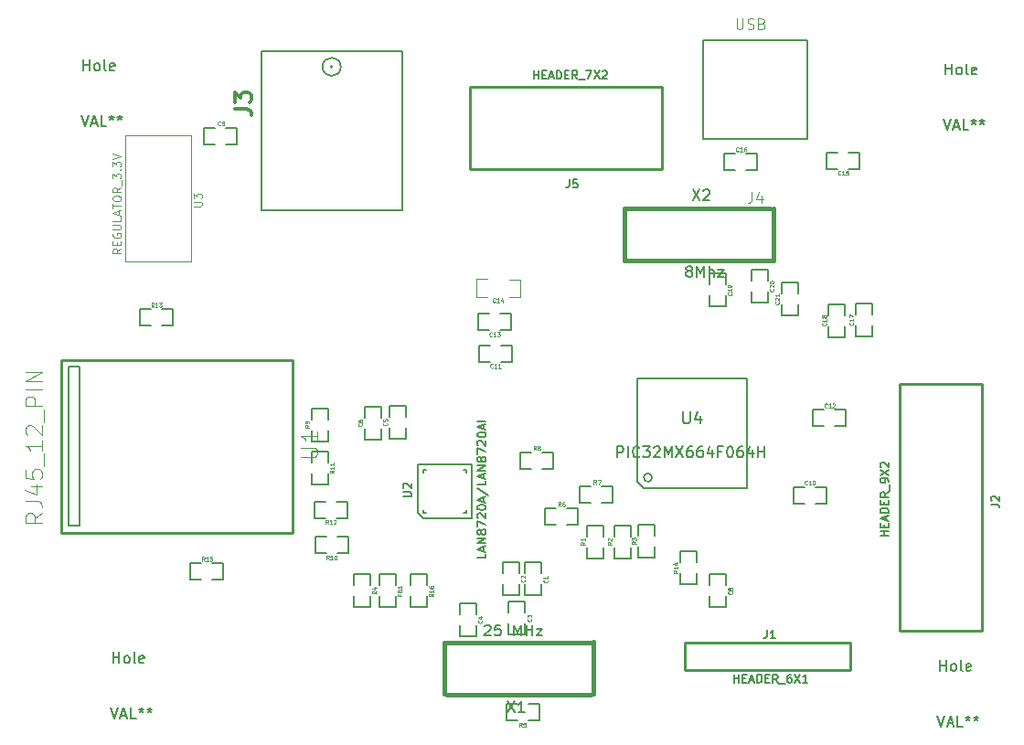
<source format=gto>
G04 (created by PCBNEW (2013-08-24 BZR 4298)-stable) date Fri 11 Oct 2013 09:56:01 PM PDT*
%MOIN*%
G04 Gerber Fmt 3.4, Leading zero omitted, Abs format*
%FSLAX34Y34*%
G01*
G70*
G90*
G04 APERTURE LIST*
%ADD10C,0.005906*%
%ADD11C,0.003900*%
%ADD12C,0.005000*%
%ADD13C,0.008000*%
%ADD14C,0.015000*%
%ADD15C,0.007900*%
%ADD16C,0.010000*%
%ADD17C,0.005900*%
%ADD18C,0.003700*%
%ADD19C,0.006000*%
%ADD20C,0.012000*%
%ADD21C,0.007500*%
%ADD22C,0.007874*%
G04 APERTURE END LIST*
G54D10*
G54D11*
X28968Y-34292D02*
X29368Y-34292D01*
X29370Y-34306D02*
X29370Y-34906D01*
X29370Y-34930D02*
X28970Y-34930D01*
X28186Y-34932D02*
X27786Y-34932D01*
X27780Y-34906D02*
X27780Y-34306D01*
X27782Y-34284D02*
X28182Y-34284D01*
G54D12*
X39832Y-29183D02*
X36052Y-29184D01*
X36052Y-29184D02*
X36052Y-25561D01*
X36052Y-25561D02*
X39832Y-25561D01*
X39832Y-25561D02*
X39832Y-29183D01*
G54D13*
X34182Y-41518D02*
G75*
G03X34182Y-41518I-150J0D01*
G74*
G01*
X37632Y-37918D02*
X33632Y-37918D01*
X33632Y-37918D02*
X33632Y-41668D01*
X33632Y-41668D02*
X33882Y-41918D01*
X33882Y-41918D02*
X37632Y-41918D01*
X37632Y-41918D02*
X37632Y-37918D01*
G54D14*
X26616Y-49416D02*
X26616Y-47524D01*
X32044Y-49410D02*
X32044Y-47518D01*
X31928Y-47524D02*
X26726Y-47524D01*
X31930Y-49422D02*
X26728Y-49422D01*
X38607Y-31713D02*
X38607Y-33605D01*
X33179Y-31719D02*
X33179Y-33611D01*
X33295Y-33605D02*
X38497Y-33605D01*
X33293Y-31707D02*
X38495Y-31707D01*
G54D10*
X22533Y-26541D02*
G75*
G03X22533Y-26541I-29J0D01*
G74*
G01*
X22838Y-26541D02*
G75*
G03X22838Y-26541I-334J0D01*
G74*
G01*
G54D15*
X19943Y-31787D02*
X19943Y-25960D01*
X19943Y-25960D02*
X25063Y-25960D01*
G54D10*
X25063Y-25960D02*
X25063Y-31787D01*
G54D15*
X25063Y-31787D02*
X19943Y-31787D01*
G54D12*
X25388Y-45449D02*
X25388Y-45049D01*
X25388Y-45049D02*
X25988Y-45049D01*
X25988Y-45049D02*
X25988Y-45449D01*
X25988Y-45849D02*
X25988Y-46249D01*
X25988Y-46249D02*
X25388Y-46249D01*
X25388Y-46249D02*
X25388Y-45849D01*
X17752Y-45240D02*
X17352Y-45240D01*
X17352Y-45240D02*
X17352Y-44640D01*
X17352Y-44640D02*
X17752Y-44640D01*
X18152Y-44640D02*
X18552Y-44640D01*
X18552Y-44640D02*
X18552Y-45240D01*
X18552Y-45240D02*
X18152Y-45240D01*
X35800Y-45018D02*
X35800Y-45418D01*
X35800Y-45418D02*
X35200Y-45418D01*
X35200Y-45418D02*
X35200Y-45018D01*
X35200Y-44618D02*
X35200Y-44218D01*
X35200Y-44218D02*
X35800Y-44218D01*
X35800Y-44218D02*
X35800Y-44618D01*
X22680Y-42396D02*
X23080Y-42396D01*
X23080Y-42396D02*
X23080Y-42996D01*
X23080Y-42996D02*
X22680Y-42996D01*
X22280Y-42996D02*
X21880Y-42996D01*
X21880Y-42996D02*
X21880Y-42396D01*
X21880Y-42396D02*
X22280Y-42396D01*
X21766Y-40961D02*
X21766Y-40561D01*
X21766Y-40561D02*
X22366Y-40561D01*
X22366Y-40561D02*
X22366Y-40961D01*
X22366Y-41361D02*
X22366Y-41761D01*
X22366Y-41761D02*
X21766Y-41761D01*
X21766Y-41761D02*
X21766Y-41361D01*
X22709Y-43686D02*
X23109Y-43686D01*
X23109Y-43686D02*
X23109Y-44286D01*
X23109Y-44286D02*
X22709Y-44286D01*
X22309Y-44286D02*
X21909Y-44286D01*
X21909Y-44286D02*
X21909Y-43686D01*
X21909Y-43686D02*
X22309Y-43686D01*
X22366Y-39796D02*
X22366Y-40196D01*
X22366Y-40196D02*
X21766Y-40196D01*
X21766Y-40196D02*
X21766Y-39796D01*
X21766Y-39396D02*
X21766Y-38996D01*
X21766Y-38996D02*
X22366Y-38996D01*
X22366Y-38996D02*
X22366Y-39396D01*
X29768Y-41205D02*
X29368Y-41205D01*
X29368Y-41205D02*
X29368Y-40605D01*
X29368Y-40605D02*
X29768Y-40605D01*
X30168Y-40605D02*
X30568Y-40605D01*
X30568Y-40605D02*
X30568Y-41205D01*
X30568Y-41205D02*
X30168Y-41205D01*
X31961Y-42441D02*
X31561Y-42441D01*
X31561Y-42441D02*
X31561Y-41841D01*
X31561Y-41841D02*
X31961Y-41841D01*
X32361Y-41841D02*
X32761Y-41841D01*
X32761Y-41841D02*
X32761Y-42441D01*
X32761Y-42441D02*
X32361Y-42441D01*
X30670Y-43240D02*
X30270Y-43240D01*
X30270Y-43240D02*
X30270Y-42640D01*
X30270Y-42640D02*
X30670Y-42640D01*
X31070Y-42640D02*
X31470Y-42640D01*
X31470Y-42640D02*
X31470Y-43240D01*
X31470Y-43240D02*
X31070Y-43240D01*
X29668Y-49786D02*
X30068Y-49786D01*
X30068Y-49786D02*
X30068Y-50386D01*
X30068Y-50386D02*
X29668Y-50386D01*
X29268Y-50386D02*
X28868Y-50386D01*
X28868Y-50386D02*
X28868Y-49786D01*
X28868Y-49786D02*
X29268Y-49786D01*
X23318Y-45429D02*
X23318Y-45029D01*
X23318Y-45029D02*
X23918Y-45029D01*
X23918Y-45029D02*
X23918Y-45429D01*
X23918Y-45829D02*
X23918Y-46229D01*
X23918Y-46229D02*
X23318Y-46229D01*
X23318Y-46229D02*
X23318Y-45829D01*
X34288Y-44038D02*
X34288Y-44438D01*
X34288Y-44438D02*
X33688Y-44438D01*
X33688Y-44438D02*
X33688Y-44038D01*
X33688Y-43638D02*
X33688Y-43238D01*
X33688Y-43238D02*
X34288Y-43238D01*
X34288Y-43238D02*
X34288Y-43638D01*
X33398Y-44058D02*
X33398Y-44458D01*
X33398Y-44458D02*
X32798Y-44458D01*
X32798Y-44458D02*
X32798Y-44058D01*
X32798Y-43658D02*
X32798Y-43258D01*
X32798Y-43258D02*
X33398Y-43258D01*
X33398Y-43258D02*
X33398Y-43658D01*
X32418Y-44062D02*
X32418Y-44462D01*
X32418Y-44462D02*
X31818Y-44462D01*
X31818Y-44462D02*
X31818Y-44062D01*
X31818Y-43662D02*
X31818Y-43262D01*
X31818Y-43262D02*
X32418Y-43262D01*
X32418Y-43262D02*
X32418Y-43662D01*
X24239Y-45449D02*
X24239Y-45049D01*
X24239Y-45049D02*
X24839Y-45049D01*
X24839Y-45049D02*
X24839Y-45449D01*
X24839Y-45849D02*
X24839Y-46249D01*
X24839Y-46249D02*
X24239Y-46249D01*
X24239Y-46249D02*
X24239Y-45849D01*
X39500Y-35219D02*
X39500Y-35619D01*
X39500Y-35619D02*
X38900Y-35619D01*
X38900Y-35619D02*
X38900Y-35219D01*
X38900Y-34819D02*
X38900Y-34419D01*
X38900Y-34419D02*
X39500Y-34419D01*
X39500Y-34419D02*
X39500Y-34819D01*
X37806Y-34331D02*
X37806Y-33931D01*
X37806Y-33931D02*
X38406Y-33931D01*
X38406Y-33931D02*
X38406Y-34331D01*
X38406Y-34731D02*
X38406Y-35131D01*
X38406Y-35131D02*
X37806Y-35131D01*
X37806Y-35131D02*
X37806Y-34731D01*
X36270Y-34481D02*
X36270Y-34081D01*
X36270Y-34081D02*
X36870Y-34081D01*
X36870Y-34081D02*
X36870Y-34481D01*
X36870Y-34881D02*
X36870Y-35281D01*
X36870Y-35281D02*
X36270Y-35281D01*
X36270Y-35281D02*
X36270Y-34881D01*
X41221Y-36003D02*
X41221Y-36403D01*
X41221Y-36403D02*
X40621Y-36403D01*
X40621Y-36403D02*
X40621Y-36003D01*
X40621Y-35603D02*
X40621Y-35203D01*
X40621Y-35203D02*
X41221Y-35203D01*
X41221Y-35203D02*
X41221Y-35603D01*
X42201Y-35979D02*
X42201Y-36379D01*
X42201Y-36379D02*
X41601Y-36379D01*
X41601Y-36379D02*
X41601Y-35979D01*
X41601Y-35579D02*
X41601Y-35179D01*
X41601Y-35179D02*
X42201Y-35179D01*
X42201Y-35179D02*
X42201Y-35579D01*
X37221Y-30309D02*
X36821Y-30309D01*
X36821Y-30309D02*
X36821Y-29709D01*
X36821Y-29709D02*
X37221Y-29709D01*
X37621Y-29709D02*
X38021Y-29709D01*
X38021Y-29709D02*
X38021Y-30309D01*
X38021Y-30309D02*
X37621Y-30309D01*
X41361Y-29656D02*
X41761Y-29656D01*
X41761Y-29656D02*
X41761Y-30256D01*
X41761Y-30256D02*
X41361Y-30256D01*
X40961Y-30256D02*
X40561Y-30256D01*
X40561Y-30256D02*
X40561Y-29656D01*
X40561Y-29656D02*
X40961Y-29656D01*
X28656Y-35550D02*
X29056Y-35550D01*
X29056Y-35550D02*
X29056Y-36150D01*
X29056Y-36150D02*
X28656Y-36150D01*
X28256Y-36150D02*
X27856Y-36150D01*
X27856Y-36150D02*
X27856Y-35550D01*
X27856Y-35550D02*
X28256Y-35550D01*
X40449Y-39650D02*
X40049Y-39650D01*
X40049Y-39650D02*
X40049Y-39050D01*
X40049Y-39050D02*
X40449Y-39050D01*
X40849Y-39050D02*
X41249Y-39050D01*
X41249Y-39050D02*
X41249Y-39650D01*
X41249Y-39650D02*
X40849Y-39650D01*
X28684Y-36703D02*
X29084Y-36703D01*
X29084Y-36703D02*
X29084Y-37303D01*
X29084Y-37303D02*
X28684Y-37303D01*
X28284Y-37303D02*
X27884Y-37303D01*
X27884Y-37303D02*
X27884Y-36703D01*
X27884Y-36703D02*
X28284Y-36703D01*
X39729Y-42469D02*
X39329Y-42469D01*
X39329Y-42469D02*
X39329Y-41869D01*
X39329Y-41869D02*
X39729Y-41869D01*
X40129Y-41869D02*
X40529Y-41869D01*
X40529Y-41869D02*
X40529Y-42469D01*
X40529Y-42469D02*
X40129Y-42469D01*
X18256Y-29362D02*
X17856Y-29362D01*
X17856Y-29362D02*
X17856Y-28762D01*
X17856Y-28762D02*
X18256Y-28762D01*
X18656Y-28762D02*
X19056Y-28762D01*
X19056Y-28762D02*
X19056Y-29362D01*
X19056Y-29362D02*
X18656Y-29362D01*
X36290Y-45453D02*
X36290Y-45053D01*
X36290Y-45053D02*
X36890Y-45053D01*
X36890Y-45053D02*
X36890Y-45453D01*
X36890Y-45853D02*
X36890Y-46253D01*
X36890Y-46253D02*
X36290Y-46253D01*
X36290Y-46253D02*
X36290Y-45853D01*
X24300Y-39739D02*
X24300Y-40139D01*
X24300Y-40139D02*
X23700Y-40139D01*
X23700Y-40139D02*
X23700Y-39739D01*
X23700Y-39339D02*
X23700Y-38939D01*
X23700Y-38939D02*
X24300Y-38939D01*
X24300Y-38939D02*
X24300Y-39339D01*
X25213Y-39711D02*
X25213Y-40111D01*
X25213Y-40111D02*
X24613Y-40111D01*
X24613Y-40111D02*
X24613Y-39711D01*
X24613Y-39311D02*
X24613Y-38911D01*
X24613Y-38911D02*
X25213Y-38911D01*
X25213Y-38911D02*
X25213Y-39311D01*
X27168Y-46500D02*
X27168Y-46100D01*
X27168Y-46100D02*
X27768Y-46100D01*
X27768Y-46100D02*
X27768Y-46500D01*
X27768Y-46900D02*
X27768Y-47300D01*
X27768Y-47300D02*
X27168Y-47300D01*
X27168Y-47300D02*
X27168Y-46900D01*
X28959Y-46429D02*
X28959Y-46029D01*
X28959Y-46029D02*
X29559Y-46029D01*
X29559Y-46029D02*
X29559Y-46429D01*
X29559Y-46829D02*
X29559Y-47229D01*
X29559Y-47229D02*
X28959Y-47229D01*
X28959Y-47229D02*
X28959Y-46829D01*
X28731Y-45000D02*
X28731Y-44600D01*
X28731Y-44600D02*
X29331Y-44600D01*
X29331Y-44600D02*
X29331Y-45000D01*
X29331Y-45400D02*
X29331Y-45800D01*
X29331Y-45800D02*
X28731Y-45800D01*
X28731Y-45800D02*
X28731Y-45400D01*
X29558Y-45020D02*
X29558Y-44620D01*
X29558Y-44620D02*
X30158Y-44620D01*
X30158Y-44620D02*
X30158Y-45020D01*
X30158Y-45420D02*
X30158Y-45820D01*
X30158Y-45820D02*
X29558Y-45820D01*
X29558Y-45820D02*
X29558Y-45420D01*
X15902Y-35979D02*
X15502Y-35979D01*
X15502Y-35979D02*
X15502Y-35379D01*
X15502Y-35379D02*
X15902Y-35379D01*
X16302Y-35379D02*
X16702Y-35379D01*
X16702Y-35379D02*
X16702Y-35979D01*
X16702Y-35979D02*
X16302Y-35979D01*
G54D11*
X17385Y-29050D02*
X17385Y-33650D01*
X17385Y-33650D02*
X14985Y-33650D01*
X14985Y-33650D02*
X14985Y-29050D01*
X14985Y-29050D02*
X17385Y-29050D01*
G54D16*
X41401Y-47531D02*
X35401Y-47531D01*
X41401Y-47531D02*
X41401Y-48531D01*
X41407Y-48537D02*
X35395Y-48537D01*
X35395Y-48537D02*
X35395Y-47529D01*
X34537Y-27255D02*
X34537Y-30255D01*
X34543Y-27255D02*
X27543Y-27255D01*
X34543Y-30255D02*
X27543Y-30255D01*
X27539Y-30255D02*
X27539Y-27255D01*
X43226Y-38094D02*
X46226Y-38094D01*
X43196Y-38094D02*
X43196Y-47094D01*
X46196Y-38094D02*
X46196Y-47094D01*
X46226Y-47102D02*
X43226Y-47102D01*
G54D17*
X25638Y-42803D02*
X25638Y-41039D01*
X25834Y-42999D02*
X27598Y-42999D01*
X25834Y-42999D02*
X25638Y-42803D01*
G54D15*
X25932Y-42803D02*
X25834Y-42803D01*
X25834Y-42803D02*
X25834Y-42705D01*
X27402Y-42705D02*
X27402Y-42803D01*
X27402Y-42803D02*
X27304Y-42803D01*
X27304Y-41235D02*
X27402Y-41235D01*
X27402Y-41235D02*
X27402Y-41333D01*
X25834Y-41333D02*
X25834Y-41235D01*
X25834Y-41235D02*
X25932Y-41235D01*
G54D17*
X27598Y-41039D02*
X27598Y-42999D01*
X25638Y-41039D02*
X27598Y-41039D01*
G54D10*
X13307Y-37460D02*
X12913Y-37460D01*
X12913Y-37460D02*
X12913Y-43287D01*
X12913Y-43287D02*
X13307Y-43287D01*
X13307Y-43287D02*
X13307Y-37460D01*
G54D16*
X21062Y-37224D02*
X21062Y-43523D01*
X21062Y-43523D02*
X12637Y-43523D01*
X12637Y-43523D02*
X12637Y-37224D01*
X12637Y-37224D02*
X21062Y-37224D01*
G54D18*
X28468Y-35111D02*
X28461Y-35119D01*
X28439Y-35126D01*
X28425Y-35126D01*
X28404Y-35119D01*
X28389Y-35104D01*
X28382Y-35090D01*
X28375Y-35061D01*
X28375Y-35040D01*
X28382Y-35011D01*
X28389Y-34997D01*
X28404Y-34983D01*
X28425Y-34976D01*
X28439Y-34976D01*
X28461Y-34983D01*
X28468Y-34990D01*
X28611Y-35126D02*
X28525Y-35126D01*
X28568Y-35126D02*
X28568Y-34976D01*
X28554Y-34997D01*
X28539Y-35011D01*
X28525Y-35019D01*
X28739Y-35026D02*
X28739Y-35126D01*
X28704Y-34969D02*
X28668Y-35076D01*
X28761Y-35076D01*
G54D11*
X37826Y-31110D02*
X37826Y-31391D01*
X37807Y-31447D01*
X37770Y-31485D01*
X37714Y-31504D01*
X37676Y-31504D01*
X38183Y-31241D02*
X38183Y-31504D01*
X38089Y-31091D02*
X37995Y-31372D01*
X38239Y-31372D01*
X37270Y-24776D02*
X37270Y-25095D01*
X37289Y-25132D01*
X37308Y-25151D01*
X37345Y-25170D01*
X37420Y-25170D01*
X37458Y-25151D01*
X37477Y-25132D01*
X37495Y-25095D01*
X37495Y-24776D01*
X37664Y-25151D02*
X37721Y-25170D01*
X37814Y-25170D01*
X37852Y-25151D01*
X37871Y-25132D01*
X37889Y-25095D01*
X37889Y-25057D01*
X37871Y-25020D01*
X37852Y-25001D01*
X37814Y-24982D01*
X37739Y-24963D01*
X37702Y-24945D01*
X37683Y-24926D01*
X37664Y-24888D01*
X37664Y-24851D01*
X37683Y-24813D01*
X37702Y-24795D01*
X37739Y-24776D01*
X37833Y-24776D01*
X37889Y-24795D01*
X38190Y-24963D02*
X38246Y-24982D01*
X38265Y-25001D01*
X38283Y-25038D01*
X38283Y-25095D01*
X38265Y-25132D01*
X38246Y-25151D01*
X38208Y-25170D01*
X38058Y-25170D01*
X38058Y-24776D01*
X38190Y-24776D01*
X38227Y-24795D01*
X38246Y-24813D01*
X38265Y-24851D01*
X38265Y-24888D01*
X38246Y-24926D01*
X38227Y-24945D01*
X38190Y-24963D01*
X38058Y-24963D01*
G54D12*
X35320Y-39113D02*
X35320Y-39464D01*
X35341Y-39505D01*
X35361Y-39526D01*
X35402Y-39546D01*
X35485Y-39546D01*
X35526Y-39526D01*
X35547Y-39505D01*
X35567Y-39464D01*
X35567Y-39113D01*
X35959Y-39258D02*
X35959Y-39546D01*
X35856Y-39093D02*
X35753Y-39402D01*
X36021Y-39402D01*
G54D19*
X32917Y-40779D02*
X32917Y-40385D01*
X33067Y-40385D01*
X33105Y-40403D01*
X33123Y-40422D01*
X33142Y-40460D01*
X33142Y-40516D01*
X33123Y-40553D01*
X33105Y-40572D01*
X33067Y-40591D01*
X32917Y-40591D01*
X33311Y-40779D02*
X33311Y-40385D01*
X33724Y-40741D02*
X33705Y-40760D01*
X33649Y-40779D01*
X33611Y-40779D01*
X33555Y-40760D01*
X33517Y-40722D01*
X33499Y-40685D01*
X33480Y-40610D01*
X33480Y-40553D01*
X33499Y-40478D01*
X33517Y-40441D01*
X33555Y-40403D01*
X33611Y-40385D01*
X33649Y-40385D01*
X33705Y-40403D01*
X33724Y-40422D01*
X33855Y-40385D02*
X34099Y-40385D01*
X33968Y-40535D01*
X34024Y-40535D01*
X34061Y-40553D01*
X34080Y-40572D01*
X34099Y-40610D01*
X34099Y-40703D01*
X34080Y-40741D01*
X34061Y-40760D01*
X34024Y-40779D01*
X33911Y-40779D01*
X33874Y-40760D01*
X33855Y-40741D01*
X34249Y-40422D02*
X34268Y-40403D01*
X34305Y-40385D01*
X34399Y-40385D01*
X34437Y-40403D01*
X34455Y-40422D01*
X34474Y-40460D01*
X34474Y-40497D01*
X34455Y-40553D01*
X34230Y-40779D01*
X34474Y-40779D01*
X34643Y-40779D02*
X34643Y-40385D01*
X34774Y-40666D01*
X34906Y-40385D01*
X34906Y-40779D01*
X35056Y-40385D02*
X35318Y-40779D01*
X35318Y-40385D02*
X35056Y-40779D01*
X35637Y-40385D02*
X35562Y-40385D01*
X35525Y-40403D01*
X35506Y-40422D01*
X35469Y-40478D01*
X35450Y-40553D01*
X35450Y-40703D01*
X35469Y-40741D01*
X35487Y-40760D01*
X35525Y-40779D01*
X35600Y-40779D01*
X35637Y-40760D01*
X35656Y-40741D01*
X35675Y-40703D01*
X35675Y-40610D01*
X35656Y-40572D01*
X35637Y-40553D01*
X35600Y-40535D01*
X35525Y-40535D01*
X35487Y-40553D01*
X35469Y-40572D01*
X35450Y-40610D01*
X36013Y-40385D02*
X35938Y-40385D01*
X35900Y-40403D01*
X35881Y-40422D01*
X35844Y-40478D01*
X35825Y-40553D01*
X35825Y-40703D01*
X35844Y-40741D01*
X35863Y-40760D01*
X35900Y-40779D01*
X35975Y-40779D01*
X36013Y-40760D01*
X36031Y-40741D01*
X36050Y-40703D01*
X36050Y-40610D01*
X36031Y-40572D01*
X36013Y-40553D01*
X35975Y-40535D01*
X35900Y-40535D01*
X35863Y-40553D01*
X35844Y-40572D01*
X35825Y-40610D01*
X36388Y-40516D02*
X36388Y-40779D01*
X36294Y-40366D02*
X36200Y-40647D01*
X36444Y-40647D01*
X36726Y-40572D02*
X36594Y-40572D01*
X36594Y-40779D02*
X36594Y-40385D01*
X36782Y-40385D01*
X37007Y-40385D02*
X37045Y-40385D01*
X37082Y-40403D01*
X37101Y-40422D01*
X37120Y-40460D01*
X37138Y-40535D01*
X37138Y-40628D01*
X37120Y-40703D01*
X37101Y-40741D01*
X37082Y-40760D01*
X37045Y-40779D01*
X37007Y-40779D01*
X36970Y-40760D01*
X36951Y-40741D01*
X36932Y-40703D01*
X36913Y-40628D01*
X36913Y-40535D01*
X36932Y-40460D01*
X36951Y-40422D01*
X36970Y-40403D01*
X37007Y-40385D01*
X37476Y-40385D02*
X37401Y-40385D01*
X37364Y-40403D01*
X37345Y-40422D01*
X37307Y-40478D01*
X37288Y-40553D01*
X37288Y-40703D01*
X37307Y-40741D01*
X37326Y-40760D01*
X37364Y-40779D01*
X37439Y-40779D01*
X37476Y-40760D01*
X37495Y-40741D01*
X37514Y-40703D01*
X37514Y-40610D01*
X37495Y-40572D01*
X37476Y-40553D01*
X37439Y-40535D01*
X37364Y-40535D01*
X37326Y-40553D01*
X37307Y-40572D01*
X37288Y-40610D01*
X37851Y-40516D02*
X37851Y-40779D01*
X37758Y-40366D02*
X37664Y-40647D01*
X37908Y-40647D01*
X38058Y-40779D02*
X38058Y-40385D01*
X38058Y-40572D02*
X38283Y-40572D01*
X38283Y-40779D02*
X38283Y-40385D01*
G54D15*
X28921Y-49678D02*
X29184Y-50072D01*
X29184Y-49678D02*
X28921Y-50072D01*
X29540Y-50072D02*
X29315Y-50072D01*
X29428Y-50072D02*
X29428Y-49678D01*
X29390Y-49734D01*
X29353Y-49772D01*
X29315Y-49791D01*
X28079Y-46930D02*
X28098Y-46911D01*
X28135Y-46892D01*
X28229Y-46892D01*
X28267Y-46911D01*
X28285Y-46930D01*
X28304Y-46967D01*
X28304Y-47005D01*
X28285Y-47061D01*
X28060Y-47286D01*
X28304Y-47286D01*
X28661Y-46892D02*
X28473Y-46892D01*
X28454Y-47080D01*
X28473Y-47061D01*
X28510Y-47042D01*
X28604Y-47042D01*
X28642Y-47061D01*
X28661Y-47080D01*
X28679Y-47117D01*
X28679Y-47211D01*
X28661Y-47249D01*
X28642Y-47267D01*
X28604Y-47286D01*
X28510Y-47286D01*
X28473Y-47267D01*
X28454Y-47249D01*
X29148Y-47286D02*
X29148Y-46892D01*
X29280Y-47174D01*
X29411Y-46892D01*
X29411Y-47286D01*
X29599Y-47286D02*
X29599Y-46892D01*
X29599Y-47080D02*
X29824Y-47080D01*
X29824Y-47286D02*
X29824Y-46892D01*
X29974Y-47023D02*
X30180Y-47023D01*
X29974Y-47286D01*
X30180Y-47286D01*
X35664Y-31019D02*
X35927Y-31413D01*
X35927Y-31019D02*
X35664Y-31413D01*
X36058Y-31057D02*
X36077Y-31038D01*
X36115Y-31019D01*
X36208Y-31019D01*
X36246Y-31038D01*
X36265Y-31057D01*
X36283Y-31094D01*
X36283Y-31132D01*
X36265Y-31188D01*
X36039Y-31413D01*
X36283Y-31413D01*
X35503Y-33974D02*
X35465Y-33955D01*
X35447Y-33937D01*
X35428Y-33899D01*
X35428Y-33880D01*
X35447Y-33843D01*
X35465Y-33824D01*
X35503Y-33805D01*
X35578Y-33805D01*
X35615Y-33824D01*
X35634Y-33843D01*
X35653Y-33880D01*
X35653Y-33899D01*
X35634Y-33937D01*
X35615Y-33955D01*
X35578Y-33974D01*
X35503Y-33974D01*
X35465Y-33993D01*
X35447Y-34012D01*
X35428Y-34049D01*
X35428Y-34124D01*
X35447Y-34162D01*
X35465Y-34181D01*
X35503Y-34199D01*
X35578Y-34199D01*
X35615Y-34181D01*
X35634Y-34162D01*
X35653Y-34124D01*
X35653Y-34049D01*
X35634Y-34012D01*
X35615Y-33993D01*
X35578Y-33974D01*
X35822Y-34199D02*
X35822Y-33805D01*
X35953Y-34087D01*
X36084Y-33805D01*
X36084Y-34199D01*
X36272Y-34199D02*
X36272Y-33805D01*
X36441Y-34199D02*
X36441Y-33993D01*
X36422Y-33955D01*
X36385Y-33937D01*
X36328Y-33937D01*
X36291Y-33955D01*
X36272Y-33974D01*
X36591Y-33937D02*
X36797Y-33937D01*
X36591Y-34199D01*
X36797Y-34199D01*
G54D20*
X18963Y-28067D02*
X19391Y-28067D01*
X19477Y-28095D01*
X19534Y-28152D01*
X19563Y-28238D01*
X19563Y-28295D01*
X18963Y-27838D02*
X18963Y-27467D01*
X19191Y-27667D01*
X19191Y-27581D01*
X19220Y-27524D01*
X19249Y-27495D01*
X19306Y-27467D01*
X19449Y-27467D01*
X19506Y-27495D01*
X19534Y-27524D01*
X19563Y-27581D01*
X19563Y-27752D01*
X19534Y-27809D01*
X19506Y-27838D01*
G54D18*
X26208Y-45756D02*
X26137Y-45806D01*
X26208Y-45841D02*
X26058Y-45841D01*
X26058Y-45784D01*
X26065Y-45770D01*
X26073Y-45763D01*
X26087Y-45756D01*
X26108Y-45756D01*
X26123Y-45763D01*
X26130Y-45770D01*
X26137Y-45784D01*
X26137Y-45841D01*
X26208Y-45613D02*
X26208Y-45698D01*
X26208Y-45656D02*
X26058Y-45656D01*
X26080Y-45670D01*
X26094Y-45684D01*
X26101Y-45698D01*
X26058Y-45484D02*
X26058Y-45513D01*
X26065Y-45527D01*
X26073Y-45534D01*
X26094Y-45548D01*
X26123Y-45556D01*
X26180Y-45556D01*
X26194Y-45548D01*
X26201Y-45541D01*
X26208Y-45527D01*
X26208Y-45498D01*
X26201Y-45484D01*
X26194Y-45477D01*
X26180Y-45470D01*
X26144Y-45470D01*
X26130Y-45477D01*
X26123Y-45484D01*
X26115Y-45498D01*
X26115Y-45527D01*
X26123Y-45541D01*
X26130Y-45548D01*
X26144Y-45556D01*
X17866Y-44556D02*
X17816Y-44485D01*
X17780Y-44556D02*
X17780Y-44406D01*
X17837Y-44406D01*
X17852Y-44413D01*
X17859Y-44421D01*
X17866Y-44435D01*
X17866Y-44456D01*
X17859Y-44471D01*
X17852Y-44478D01*
X17837Y-44485D01*
X17780Y-44485D01*
X18009Y-44556D02*
X17923Y-44556D01*
X17966Y-44556D02*
X17966Y-44406D01*
X17952Y-44428D01*
X17937Y-44442D01*
X17923Y-44449D01*
X18144Y-44406D02*
X18073Y-44406D01*
X18066Y-44478D01*
X18073Y-44471D01*
X18087Y-44463D01*
X18123Y-44463D01*
X18137Y-44471D01*
X18144Y-44478D01*
X18152Y-44492D01*
X18152Y-44528D01*
X18144Y-44542D01*
X18137Y-44549D01*
X18123Y-44556D01*
X18087Y-44556D01*
X18073Y-44549D01*
X18066Y-44542D01*
X35115Y-44905D02*
X35044Y-44955D01*
X35115Y-44991D02*
X34965Y-44991D01*
X34965Y-44933D01*
X34973Y-44919D01*
X34980Y-44912D01*
X34994Y-44905D01*
X35015Y-44905D01*
X35030Y-44912D01*
X35037Y-44919D01*
X35044Y-44933D01*
X35044Y-44991D01*
X35115Y-44762D02*
X35115Y-44848D01*
X35115Y-44805D02*
X34965Y-44805D01*
X34987Y-44819D01*
X35001Y-44833D01*
X35008Y-44848D01*
X35015Y-44633D02*
X35115Y-44633D01*
X34958Y-44669D02*
X35065Y-44705D01*
X35065Y-44612D01*
X22373Y-43216D02*
X22323Y-43145D01*
X22288Y-43216D02*
X22288Y-43066D01*
X22345Y-43066D01*
X22359Y-43073D01*
X22366Y-43080D01*
X22373Y-43095D01*
X22373Y-43116D01*
X22366Y-43130D01*
X22359Y-43138D01*
X22345Y-43145D01*
X22288Y-43145D01*
X22516Y-43216D02*
X22431Y-43216D01*
X22473Y-43216D02*
X22473Y-43066D01*
X22459Y-43088D01*
X22445Y-43102D01*
X22431Y-43109D01*
X22573Y-43080D02*
X22581Y-43073D01*
X22595Y-43066D01*
X22631Y-43066D01*
X22645Y-43073D01*
X22652Y-43080D01*
X22659Y-43095D01*
X22659Y-43109D01*
X22652Y-43130D01*
X22566Y-43216D01*
X22659Y-43216D01*
X22586Y-41267D02*
X22515Y-41317D01*
X22586Y-41353D02*
X22436Y-41353D01*
X22436Y-41296D01*
X22443Y-41282D01*
X22451Y-41274D01*
X22465Y-41267D01*
X22486Y-41267D01*
X22501Y-41274D01*
X22508Y-41282D01*
X22515Y-41296D01*
X22515Y-41353D01*
X22586Y-41124D02*
X22586Y-41210D01*
X22586Y-41167D02*
X22436Y-41167D01*
X22458Y-41182D01*
X22472Y-41196D01*
X22479Y-41210D01*
X22586Y-40982D02*
X22586Y-41067D01*
X22586Y-41024D02*
X22436Y-41024D01*
X22458Y-41039D01*
X22472Y-41053D01*
X22479Y-41067D01*
X22403Y-44506D02*
X22353Y-44434D01*
X22317Y-44506D02*
X22317Y-44356D01*
X22374Y-44356D01*
X22389Y-44363D01*
X22396Y-44370D01*
X22403Y-44384D01*
X22403Y-44406D01*
X22396Y-44420D01*
X22389Y-44427D01*
X22374Y-44434D01*
X22317Y-44434D01*
X22546Y-44506D02*
X22460Y-44506D01*
X22503Y-44506D02*
X22503Y-44356D01*
X22489Y-44377D01*
X22474Y-44391D01*
X22460Y-44398D01*
X22639Y-44356D02*
X22653Y-44356D01*
X22667Y-44363D01*
X22674Y-44370D01*
X22681Y-44384D01*
X22689Y-44413D01*
X22689Y-44448D01*
X22681Y-44477D01*
X22674Y-44491D01*
X22667Y-44498D01*
X22653Y-44506D01*
X22639Y-44506D01*
X22624Y-44498D01*
X22617Y-44491D01*
X22610Y-44477D01*
X22603Y-44448D01*
X22603Y-44413D01*
X22610Y-44384D01*
X22617Y-44370D01*
X22624Y-44363D01*
X22639Y-44356D01*
X21682Y-39611D02*
X21611Y-39661D01*
X21682Y-39697D02*
X21532Y-39697D01*
X21532Y-39640D01*
X21539Y-39625D01*
X21547Y-39618D01*
X21561Y-39611D01*
X21582Y-39611D01*
X21597Y-39618D01*
X21604Y-39625D01*
X21611Y-39640D01*
X21611Y-39697D01*
X21682Y-39540D02*
X21682Y-39511D01*
X21675Y-39497D01*
X21668Y-39490D01*
X21647Y-39475D01*
X21618Y-39468D01*
X21561Y-39468D01*
X21547Y-39475D01*
X21539Y-39482D01*
X21532Y-39497D01*
X21532Y-39525D01*
X21539Y-39540D01*
X21547Y-39547D01*
X21561Y-39554D01*
X21597Y-39554D01*
X21611Y-39547D01*
X21618Y-39540D01*
X21625Y-39525D01*
X21625Y-39497D01*
X21618Y-39482D01*
X21611Y-39475D01*
X21597Y-39468D01*
X29953Y-40521D02*
X29903Y-40449D01*
X29867Y-40521D02*
X29867Y-40371D01*
X29924Y-40371D01*
X29939Y-40378D01*
X29946Y-40385D01*
X29953Y-40399D01*
X29953Y-40421D01*
X29946Y-40435D01*
X29939Y-40442D01*
X29924Y-40449D01*
X29867Y-40449D01*
X30039Y-40435D02*
X30024Y-40428D01*
X30017Y-40421D01*
X30010Y-40407D01*
X30010Y-40399D01*
X30017Y-40385D01*
X30024Y-40378D01*
X30039Y-40371D01*
X30067Y-40371D01*
X30082Y-40378D01*
X30089Y-40385D01*
X30096Y-40399D01*
X30096Y-40407D01*
X30089Y-40421D01*
X30082Y-40428D01*
X30067Y-40435D01*
X30039Y-40435D01*
X30024Y-40442D01*
X30017Y-40449D01*
X30010Y-40464D01*
X30010Y-40492D01*
X30017Y-40507D01*
X30024Y-40514D01*
X30039Y-40521D01*
X30067Y-40521D01*
X30082Y-40514D01*
X30089Y-40507D01*
X30096Y-40492D01*
X30096Y-40464D01*
X30089Y-40449D01*
X30082Y-40442D01*
X30067Y-40435D01*
X32146Y-41757D02*
X32096Y-41686D01*
X32060Y-41757D02*
X32060Y-41607D01*
X32117Y-41607D01*
X32132Y-41614D01*
X32139Y-41621D01*
X32146Y-41636D01*
X32146Y-41657D01*
X32139Y-41671D01*
X32132Y-41679D01*
X32117Y-41686D01*
X32060Y-41686D01*
X32196Y-41607D02*
X32296Y-41607D01*
X32232Y-41757D01*
X30855Y-42556D02*
X30805Y-42485D01*
X30769Y-42556D02*
X30769Y-42406D01*
X30826Y-42406D01*
X30840Y-42413D01*
X30847Y-42421D01*
X30855Y-42435D01*
X30855Y-42456D01*
X30847Y-42471D01*
X30840Y-42478D01*
X30826Y-42485D01*
X30769Y-42485D01*
X30983Y-42406D02*
X30955Y-42406D01*
X30940Y-42413D01*
X30933Y-42421D01*
X30919Y-42442D01*
X30912Y-42471D01*
X30912Y-42528D01*
X30919Y-42542D01*
X30926Y-42549D01*
X30940Y-42556D01*
X30969Y-42556D01*
X30983Y-42549D01*
X30990Y-42542D01*
X30997Y-42528D01*
X30997Y-42492D01*
X30990Y-42478D01*
X30983Y-42471D01*
X30969Y-42463D01*
X30940Y-42463D01*
X30926Y-42471D01*
X30919Y-42478D01*
X30912Y-42492D01*
X29433Y-50606D02*
X29383Y-50535D01*
X29347Y-50606D02*
X29347Y-50456D01*
X29404Y-50456D01*
X29419Y-50463D01*
X29426Y-50470D01*
X29433Y-50485D01*
X29433Y-50506D01*
X29426Y-50520D01*
X29419Y-50527D01*
X29404Y-50535D01*
X29347Y-50535D01*
X29569Y-50456D02*
X29497Y-50456D01*
X29490Y-50527D01*
X29497Y-50520D01*
X29512Y-50513D01*
X29547Y-50513D01*
X29562Y-50520D01*
X29569Y-50527D01*
X29576Y-50542D01*
X29576Y-50577D01*
X29569Y-50592D01*
X29562Y-50599D01*
X29547Y-50606D01*
X29512Y-50606D01*
X29497Y-50599D01*
X29490Y-50592D01*
X24137Y-45664D02*
X24066Y-45714D01*
X24137Y-45750D02*
X23987Y-45750D01*
X23987Y-45693D01*
X23995Y-45679D01*
X24002Y-45672D01*
X24016Y-45664D01*
X24037Y-45664D01*
X24052Y-45672D01*
X24059Y-45679D01*
X24066Y-45693D01*
X24066Y-45750D01*
X24037Y-45536D02*
X24137Y-45536D01*
X23980Y-45572D02*
X24087Y-45607D01*
X24087Y-45514D01*
X33604Y-43853D02*
X33532Y-43903D01*
X33604Y-43939D02*
X33454Y-43939D01*
X33454Y-43882D01*
X33461Y-43867D01*
X33468Y-43860D01*
X33482Y-43853D01*
X33504Y-43853D01*
X33518Y-43860D01*
X33525Y-43867D01*
X33532Y-43882D01*
X33532Y-43939D01*
X33454Y-43803D02*
X33454Y-43710D01*
X33511Y-43760D01*
X33511Y-43739D01*
X33518Y-43725D01*
X33525Y-43717D01*
X33539Y-43710D01*
X33575Y-43710D01*
X33589Y-43717D01*
X33596Y-43725D01*
X33604Y-43739D01*
X33604Y-43782D01*
X33596Y-43796D01*
X33589Y-43803D01*
X32714Y-43873D02*
X32642Y-43923D01*
X32714Y-43958D02*
X32564Y-43958D01*
X32564Y-43901D01*
X32571Y-43887D01*
X32578Y-43880D01*
X32592Y-43873D01*
X32614Y-43873D01*
X32628Y-43880D01*
X32635Y-43887D01*
X32642Y-43901D01*
X32642Y-43958D01*
X32578Y-43816D02*
X32571Y-43808D01*
X32564Y-43794D01*
X32564Y-43758D01*
X32571Y-43744D01*
X32578Y-43737D01*
X32592Y-43730D01*
X32607Y-43730D01*
X32628Y-43737D01*
X32714Y-43823D01*
X32714Y-43730D01*
X31733Y-43877D02*
X31662Y-43927D01*
X31733Y-43962D02*
X31583Y-43962D01*
X31583Y-43905D01*
X31591Y-43891D01*
X31598Y-43884D01*
X31612Y-43877D01*
X31633Y-43877D01*
X31648Y-43884D01*
X31655Y-43891D01*
X31662Y-43905D01*
X31662Y-43962D01*
X31733Y-43734D02*
X31733Y-43820D01*
X31733Y-43777D02*
X31583Y-43777D01*
X31605Y-43791D01*
X31619Y-43805D01*
X31626Y-43820D01*
X24980Y-45784D02*
X24980Y-45834D01*
X25059Y-45834D02*
X24909Y-45834D01*
X24909Y-45763D01*
X24980Y-45656D02*
X24987Y-45634D01*
X24994Y-45627D01*
X25009Y-45620D01*
X25030Y-45620D01*
X25044Y-45627D01*
X25052Y-45634D01*
X25059Y-45648D01*
X25059Y-45706D01*
X24909Y-45706D01*
X24909Y-45656D01*
X24916Y-45641D01*
X24923Y-45634D01*
X24937Y-45627D01*
X24952Y-45627D01*
X24966Y-45634D01*
X24973Y-45641D01*
X24980Y-45656D01*
X24980Y-45706D01*
X25059Y-45477D02*
X25059Y-45563D01*
X25059Y-45520D02*
X24909Y-45520D01*
X24930Y-45534D01*
X24944Y-45548D01*
X24952Y-45563D01*
X38802Y-35106D02*
X38809Y-35113D01*
X38816Y-35134D01*
X38816Y-35148D01*
X38809Y-35170D01*
X38795Y-35184D01*
X38780Y-35191D01*
X38752Y-35198D01*
X38730Y-35198D01*
X38702Y-35191D01*
X38688Y-35184D01*
X38673Y-35170D01*
X38666Y-35148D01*
X38666Y-35134D01*
X38673Y-35113D01*
X38680Y-35106D01*
X38680Y-35048D02*
X38673Y-35041D01*
X38666Y-35027D01*
X38666Y-34991D01*
X38673Y-34977D01*
X38680Y-34970D01*
X38695Y-34963D01*
X38709Y-34963D01*
X38730Y-34970D01*
X38816Y-35056D01*
X38816Y-34963D01*
X38816Y-34820D02*
X38816Y-34906D01*
X38816Y-34863D02*
X38666Y-34863D01*
X38688Y-34877D01*
X38702Y-34891D01*
X38709Y-34906D01*
X38611Y-34637D02*
X38619Y-34645D01*
X38626Y-34666D01*
X38626Y-34680D01*
X38619Y-34702D01*
X38604Y-34716D01*
X38590Y-34723D01*
X38561Y-34730D01*
X38540Y-34730D01*
X38511Y-34723D01*
X38497Y-34716D01*
X38483Y-34702D01*
X38476Y-34680D01*
X38476Y-34666D01*
X38483Y-34645D01*
X38490Y-34637D01*
X38490Y-34580D02*
X38483Y-34573D01*
X38476Y-34559D01*
X38476Y-34523D01*
X38483Y-34509D01*
X38490Y-34502D01*
X38504Y-34495D01*
X38519Y-34495D01*
X38540Y-34502D01*
X38626Y-34587D01*
X38626Y-34495D01*
X38476Y-34402D02*
X38476Y-34387D01*
X38483Y-34373D01*
X38490Y-34366D01*
X38504Y-34359D01*
X38533Y-34352D01*
X38569Y-34352D01*
X38597Y-34359D01*
X38611Y-34366D01*
X38619Y-34373D01*
X38626Y-34387D01*
X38626Y-34402D01*
X38619Y-34416D01*
X38611Y-34423D01*
X38597Y-34430D01*
X38569Y-34437D01*
X38533Y-34437D01*
X38504Y-34430D01*
X38490Y-34423D01*
X38483Y-34416D01*
X38476Y-34402D01*
X37076Y-34787D02*
X37083Y-34794D01*
X37090Y-34816D01*
X37090Y-34830D01*
X37083Y-34851D01*
X37069Y-34866D01*
X37055Y-34873D01*
X37026Y-34880D01*
X37005Y-34880D01*
X36976Y-34873D01*
X36962Y-34866D01*
X36947Y-34851D01*
X36940Y-34830D01*
X36940Y-34816D01*
X36947Y-34794D01*
X36955Y-34787D01*
X37090Y-34644D02*
X37090Y-34730D01*
X37090Y-34687D02*
X36940Y-34687D01*
X36962Y-34701D01*
X36976Y-34716D01*
X36983Y-34730D01*
X37090Y-34573D02*
X37090Y-34544D01*
X37083Y-34530D01*
X37076Y-34523D01*
X37055Y-34508D01*
X37026Y-34501D01*
X36969Y-34501D01*
X36955Y-34508D01*
X36947Y-34516D01*
X36940Y-34530D01*
X36940Y-34558D01*
X36947Y-34573D01*
X36955Y-34580D01*
X36969Y-34587D01*
X37005Y-34587D01*
X37019Y-34580D01*
X37026Y-34573D01*
X37033Y-34558D01*
X37033Y-34530D01*
X37026Y-34516D01*
X37019Y-34508D01*
X37005Y-34501D01*
X40522Y-35889D02*
X40529Y-35896D01*
X40537Y-35918D01*
X40537Y-35932D01*
X40529Y-35953D01*
X40515Y-35968D01*
X40501Y-35975D01*
X40472Y-35982D01*
X40451Y-35982D01*
X40422Y-35975D01*
X40408Y-35968D01*
X40394Y-35953D01*
X40387Y-35932D01*
X40387Y-35918D01*
X40394Y-35896D01*
X40401Y-35889D01*
X40537Y-35746D02*
X40537Y-35832D01*
X40537Y-35789D02*
X40387Y-35789D01*
X40408Y-35803D01*
X40422Y-35818D01*
X40429Y-35832D01*
X40451Y-35661D02*
X40444Y-35675D01*
X40437Y-35682D01*
X40422Y-35689D01*
X40415Y-35689D01*
X40401Y-35682D01*
X40394Y-35675D01*
X40387Y-35661D01*
X40387Y-35632D01*
X40394Y-35618D01*
X40401Y-35611D01*
X40415Y-35603D01*
X40422Y-35603D01*
X40437Y-35611D01*
X40444Y-35618D01*
X40451Y-35632D01*
X40451Y-35661D01*
X40458Y-35675D01*
X40465Y-35682D01*
X40479Y-35689D01*
X40508Y-35689D01*
X40522Y-35682D01*
X40529Y-35675D01*
X40537Y-35661D01*
X40537Y-35632D01*
X40529Y-35618D01*
X40522Y-35611D01*
X40508Y-35603D01*
X40479Y-35603D01*
X40465Y-35611D01*
X40458Y-35618D01*
X40451Y-35632D01*
X41503Y-35865D02*
X41510Y-35873D01*
X41517Y-35894D01*
X41517Y-35908D01*
X41510Y-35930D01*
X41496Y-35944D01*
X41481Y-35951D01*
X41453Y-35958D01*
X41431Y-35958D01*
X41403Y-35951D01*
X41388Y-35944D01*
X41374Y-35930D01*
X41367Y-35908D01*
X41367Y-35894D01*
X41374Y-35873D01*
X41381Y-35865D01*
X41517Y-35723D02*
X41517Y-35808D01*
X41517Y-35765D02*
X41367Y-35765D01*
X41388Y-35780D01*
X41403Y-35794D01*
X41410Y-35808D01*
X41367Y-35673D02*
X41367Y-35573D01*
X41517Y-35637D01*
X37334Y-29611D02*
X37327Y-29618D01*
X37306Y-29625D01*
X37291Y-29625D01*
X37270Y-29618D01*
X37256Y-29604D01*
X37249Y-29589D01*
X37241Y-29561D01*
X37241Y-29539D01*
X37249Y-29511D01*
X37256Y-29497D01*
X37270Y-29482D01*
X37291Y-29475D01*
X37306Y-29475D01*
X37327Y-29482D01*
X37334Y-29489D01*
X37477Y-29625D02*
X37391Y-29625D01*
X37434Y-29625D02*
X37434Y-29475D01*
X37420Y-29497D01*
X37406Y-29511D01*
X37391Y-29518D01*
X37606Y-29475D02*
X37577Y-29475D01*
X37563Y-29482D01*
X37556Y-29489D01*
X37541Y-29511D01*
X37534Y-29539D01*
X37534Y-29597D01*
X37541Y-29611D01*
X37549Y-29618D01*
X37563Y-29625D01*
X37591Y-29625D01*
X37606Y-29618D01*
X37613Y-29611D01*
X37620Y-29597D01*
X37620Y-29561D01*
X37613Y-29547D01*
X37606Y-29539D01*
X37591Y-29532D01*
X37563Y-29532D01*
X37549Y-29539D01*
X37541Y-29547D01*
X37534Y-29561D01*
X41054Y-30462D02*
X41047Y-30469D01*
X41026Y-30476D01*
X41012Y-30476D01*
X40990Y-30469D01*
X40976Y-30455D01*
X40969Y-30440D01*
X40962Y-30412D01*
X40962Y-30390D01*
X40969Y-30362D01*
X40976Y-30347D01*
X40990Y-30333D01*
X41012Y-30326D01*
X41026Y-30326D01*
X41047Y-30333D01*
X41054Y-30340D01*
X41197Y-30476D02*
X41112Y-30476D01*
X41154Y-30476D02*
X41154Y-30326D01*
X41140Y-30347D01*
X41126Y-30362D01*
X41112Y-30369D01*
X41333Y-30326D02*
X41262Y-30326D01*
X41254Y-30397D01*
X41262Y-30390D01*
X41276Y-30383D01*
X41312Y-30383D01*
X41326Y-30390D01*
X41333Y-30397D01*
X41340Y-30412D01*
X41340Y-30447D01*
X41333Y-30462D01*
X41326Y-30469D01*
X41312Y-30476D01*
X41276Y-30476D01*
X41262Y-30469D01*
X41254Y-30462D01*
X28350Y-36355D02*
X28343Y-36363D01*
X28321Y-36370D01*
X28307Y-36370D01*
X28285Y-36363D01*
X28271Y-36348D01*
X28264Y-36334D01*
X28257Y-36305D01*
X28257Y-36284D01*
X28264Y-36255D01*
X28271Y-36241D01*
X28285Y-36227D01*
X28307Y-36220D01*
X28321Y-36220D01*
X28343Y-36227D01*
X28350Y-36234D01*
X28493Y-36370D02*
X28407Y-36370D01*
X28450Y-36370D02*
X28450Y-36220D01*
X28435Y-36241D01*
X28421Y-36255D01*
X28407Y-36263D01*
X28543Y-36220D02*
X28635Y-36220D01*
X28585Y-36277D01*
X28607Y-36277D01*
X28621Y-36284D01*
X28628Y-36291D01*
X28635Y-36305D01*
X28635Y-36341D01*
X28628Y-36355D01*
X28621Y-36363D01*
X28607Y-36370D01*
X28564Y-36370D01*
X28550Y-36363D01*
X28543Y-36355D01*
X40563Y-38951D02*
X40556Y-38959D01*
X40534Y-38966D01*
X40520Y-38966D01*
X40498Y-38959D01*
X40484Y-38944D01*
X40477Y-38930D01*
X40470Y-38901D01*
X40470Y-38880D01*
X40477Y-38851D01*
X40484Y-38837D01*
X40498Y-38823D01*
X40520Y-38816D01*
X40534Y-38816D01*
X40556Y-38823D01*
X40563Y-38830D01*
X40706Y-38966D02*
X40620Y-38966D01*
X40663Y-38966D02*
X40663Y-38816D01*
X40648Y-38837D01*
X40634Y-38851D01*
X40620Y-38859D01*
X40763Y-38830D02*
X40770Y-38823D01*
X40784Y-38816D01*
X40820Y-38816D01*
X40834Y-38823D01*
X40841Y-38830D01*
X40848Y-38844D01*
X40848Y-38859D01*
X40841Y-38880D01*
X40756Y-38966D01*
X40848Y-38966D01*
X28377Y-37509D02*
X28370Y-37516D01*
X28349Y-37523D01*
X28334Y-37523D01*
X28313Y-37516D01*
X28299Y-37502D01*
X28292Y-37488D01*
X28284Y-37459D01*
X28284Y-37438D01*
X28292Y-37409D01*
X28299Y-37395D01*
X28313Y-37380D01*
X28334Y-37373D01*
X28349Y-37373D01*
X28370Y-37380D01*
X28377Y-37388D01*
X28520Y-37523D02*
X28434Y-37523D01*
X28477Y-37523D02*
X28477Y-37373D01*
X28463Y-37395D01*
X28449Y-37409D01*
X28434Y-37416D01*
X28663Y-37523D02*
X28577Y-37523D01*
X28620Y-37523D02*
X28620Y-37373D01*
X28606Y-37395D01*
X28592Y-37409D01*
X28577Y-37416D01*
X39842Y-41770D02*
X39835Y-41778D01*
X39814Y-41785D01*
X39799Y-41785D01*
X39778Y-41778D01*
X39764Y-41763D01*
X39756Y-41749D01*
X39749Y-41720D01*
X39749Y-41699D01*
X39756Y-41670D01*
X39764Y-41656D01*
X39778Y-41642D01*
X39799Y-41635D01*
X39814Y-41635D01*
X39835Y-41642D01*
X39842Y-41649D01*
X39985Y-41785D02*
X39899Y-41785D01*
X39942Y-41785D02*
X39942Y-41635D01*
X39928Y-41656D01*
X39914Y-41670D01*
X39899Y-41678D01*
X40078Y-41635D02*
X40092Y-41635D01*
X40106Y-41642D01*
X40114Y-41649D01*
X40121Y-41663D01*
X40128Y-41692D01*
X40128Y-41728D01*
X40121Y-41756D01*
X40114Y-41770D01*
X40106Y-41778D01*
X40092Y-41785D01*
X40078Y-41785D01*
X40064Y-41778D01*
X40056Y-41770D01*
X40049Y-41756D01*
X40042Y-41728D01*
X40042Y-41692D01*
X40049Y-41663D01*
X40056Y-41649D01*
X40064Y-41642D01*
X40078Y-41635D01*
X18441Y-28664D02*
X18434Y-28671D01*
X18413Y-28678D01*
X18398Y-28678D01*
X18377Y-28671D01*
X18363Y-28657D01*
X18355Y-28643D01*
X18348Y-28614D01*
X18348Y-28593D01*
X18355Y-28564D01*
X18363Y-28550D01*
X18377Y-28535D01*
X18398Y-28528D01*
X18413Y-28528D01*
X18434Y-28535D01*
X18441Y-28543D01*
X18513Y-28678D02*
X18541Y-28678D01*
X18555Y-28671D01*
X18563Y-28664D01*
X18577Y-28643D01*
X18584Y-28614D01*
X18584Y-28557D01*
X18577Y-28543D01*
X18570Y-28535D01*
X18555Y-28528D01*
X18527Y-28528D01*
X18513Y-28535D01*
X18505Y-28543D01*
X18498Y-28557D01*
X18498Y-28593D01*
X18505Y-28607D01*
X18513Y-28614D01*
X18527Y-28621D01*
X18555Y-28621D01*
X18570Y-28614D01*
X18577Y-28607D01*
X18584Y-28593D01*
X37096Y-45688D02*
X37103Y-45695D01*
X37110Y-45717D01*
X37110Y-45731D01*
X37103Y-45752D01*
X37088Y-45767D01*
X37074Y-45774D01*
X37046Y-45781D01*
X37024Y-45781D01*
X36996Y-45774D01*
X36981Y-45767D01*
X36967Y-45752D01*
X36960Y-45731D01*
X36960Y-45717D01*
X36967Y-45695D01*
X36974Y-45688D01*
X37024Y-45602D02*
X37017Y-45617D01*
X37010Y-45624D01*
X36996Y-45631D01*
X36988Y-45631D01*
X36974Y-45624D01*
X36967Y-45617D01*
X36960Y-45602D01*
X36960Y-45574D01*
X36967Y-45559D01*
X36974Y-45552D01*
X36988Y-45545D01*
X36996Y-45545D01*
X37010Y-45552D01*
X37017Y-45559D01*
X37024Y-45574D01*
X37024Y-45602D01*
X37031Y-45617D01*
X37038Y-45624D01*
X37053Y-45631D01*
X37081Y-45631D01*
X37096Y-45624D01*
X37103Y-45617D01*
X37110Y-45602D01*
X37110Y-45574D01*
X37103Y-45559D01*
X37096Y-45552D01*
X37081Y-45545D01*
X37053Y-45545D01*
X37038Y-45552D01*
X37031Y-45559D01*
X37024Y-45574D01*
X23601Y-39554D02*
X23608Y-39561D01*
X23615Y-39582D01*
X23615Y-39597D01*
X23608Y-39618D01*
X23594Y-39632D01*
X23580Y-39640D01*
X23551Y-39647D01*
X23530Y-39647D01*
X23501Y-39640D01*
X23487Y-39632D01*
X23473Y-39618D01*
X23465Y-39597D01*
X23465Y-39582D01*
X23473Y-39561D01*
X23480Y-39554D01*
X23465Y-39425D02*
X23465Y-39454D01*
X23473Y-39468D01*
X23480Y-39475D01*
X23501Y-39490D01*
X23530Y-39497D01*
X23587Y-39497D01*
X23601Y-39490D01*
X23608Y-39482D01*
X23615Y-39468D01*
X23615Y-39440D01*
X23608Y-39425D01*
X23601Y-39418D01*
X23587Y-39411D01*
X23551Y-39411D01*
X23537Y-39418D01*
X23530Y-39425D01*
X23523Y-39440D01*
X23523Y-39468D01*
X23530Y-39482D01*
X23537Y-39490D01*
X23551Y-39497D01*
X24514Y-39526D02*
X24522Y-39533D01*
X24529Y-39555D01*
X24529Y-39569D01*
X24522Y-39591D01*
X24507Y-39605D01*
X24493Y-39612D01*
X24464Y-39619D01*
X24443Y-39619D01*
X24414Y-39612D01*
X24400Y-39605D01*
X24386Y-39591D01*
X24379Y-39569D01*
X24379Y-39555D01*
X24386Y-39533D01*
X24393Y-39526D01*
X24379Y-39391D02*
X24379Y-39462D01*
X24450Y-39469D01*
X24443Y-39462D01*
X24436Y-39448D01*
X24436Y-39412D01*
X24443Y-39398D01*
X24450Y-39391D01*
X24464Y-39383D01*
X24500Y-39383D01*
X24514Y-39391D01*
X24522Y-39398D01*
X24529Y-39412D01*
X24529Y-39448D01*
X24522Y-39462D01*
X24514Y-39469D01*
X27974Y-46735D02*
X27981Y-46742D01*
X27988Y-46764D01*
X27988Y-46778D01*
X27981Y-46800D01*
X27966Y-46814D01*
X27952Y-46821D01*
X27924Y-46828D01*
X27902Y-46828D01*
X27874Y-46821D01*
X27859Y-46814D01*
X27845Y-46800D01*
X27838Y-46778D01*
X27838Y-46764D01*
X27845Y-46742D01*
X27852Y-46735D01*
X27888Y-46607D02*
X27988Y-46607D01*
X27831Y-46642D02*
X27938Y-46678D01*
X27938Y-46585D01*
X29765Y-46664D02*
X29772Y-46672D01*
X29779Y-46693D01*
X29779Y-46707D01*
X29772Y-46729D01*
X29758Y-46743D01*
X29743Y-46750D01*
X29715Y-46757D01*
X29693Y-46757D01*
X29665Y-46750D01*
X29651Y-46743D01*
X29636Y-46729D01*
X29629Y-46707D01*
X29629Y-46693D01*
X29636Y-46672D01*
X29643Y-46664D01*
X29629Y-46614D02*
X29629Y-46522D01*
X29686Y-46572D01*
X29686Y-46550D01*
X29693Y-46536D01*
X29701Y-46529D01*
X29715Y-46522D01*
X29751Y-46522D01*
X29765Y-46529D01*
X29772Y-46536D01*
X29779Y-46550D01*
X29779Y-46593D01*
X29772Y-46607D01*
X29765Y-46614D01*
X29537Y-45235D02*
X29544Y-45242D01*
X29551Y-45264D01*
X29551Y-45278D01*
X29544Y-45300D01*
X29529Y-45314D01*
X29515Y-45321D01*
X29487Y-45328D01*
X29465Y-45328D01*
X29437Y-45321D01*
X29422Y-45314D01*
X29408Y-45300D01*
X29401Y-45278D01*
X29401Y-45264D01*
X29408Y-45242D01*
X29415Y-45235D01*
X29415Y-45178D02*
X29408Y-45171D01*
X29401Y-45157D01*
X29401Y-45121D01*
X29408Y-45107D01*
X29415Y-45100D01*
X29429Y-45092D01*
X29444Y-45092D01*
X29465Y-45100D01*
X29551Y-45185D01*
X29551Y-45092D01*
X30363Y-45255D02*
X30370Y-45262D01*
X30378Y-45284D01*
X30378Y-45298D01*
X30370Y-45319D01*
X30356Y-45334D01*
X30342Y-45341D01*
X30313Y-45348D01*
X30292Y-45348D01*
X30263Y-45341D01*
X30249Y-45334D01*
X30235Y-45319D01*
X30228Y-45298D01*
X30228Y-45284D01*
X30235Y-45262D01*
X30242Y-45255D01*
X30378Y-45112D02*
X30378Y-45198D01*
X30378Y-45155D02*
X30228Y-45155D01*
X30249Y-45169D01*
X30263Y-45184D01*
X30270Y-45198D01*
X16015Y-35294D02*
X15965Y-35223D01*
X15930Y-35294D02*
X15930Y-35144D01*
X15987Y-35144D01*
X16001Y-35152D01*
X16008Y-35159D01*
X16015Y-35173D01*
X16015Y-35194D01*
X16008Y-35209D01*
X16001Y-35216D01*
X15987Y-35223D01*
X15930Y-35223D01*
X16158Y-35294D02*
X16073Y-35294D01*
X16115Y-35294D02*
X16115Y-35144D01*
X16101Y-35166D01*
X16087Y-35180D01*
X16073Y-35187D01*
X16208Y-35144D02*
X16301Y-35144D01*
X16251Y-35202D01*
X16273Y-35202D01*
X16287Y-35209D01*
X16294Y-35216D01*
X16301Y-35230D01*
X16301Y-35266D01*
X16294Y-35280D01*
X16287Y-35287D01*
X16273Y-35294D01*
X16230Y-35294D01*
X16215Y-35287D01*
X16208Y-35280D01*
G54D11*
X17470Y-31628D02*
X17713Y-31628D01*
X17742Y-31614D01*
X17756Y-31600D01*
X17770Y-31571D01*
X17770Y-31514D01*
X17756Y-31486D01*
X17742Y-31471D01*
X17713Y-31457D01*
X17470Y-31457D01*
X17470Y-31343D02*
X17470Y-31157D01*
X17585Y-31257D01*
X17585Y-31214D01*
X17599Y-31186D01*
X17613Y-31171D01*
X17642Y-31157D01*
X17713Y-31157D01*
X17742Y-31171D01*
X17756Y-31186D01*
X17770Y-31214D01*
X17770Y-31300D01*
X17756Y-31328D01*
X17742Y-31343D01*
X14820Y-33171D02*
X14677Y-33271D01*
X14820Y-33343D02*
X14520Y-33343D01*
X14520Y-33228D01*
X14535Y-33200D01*
X14549Y-33186D01*
X14577Y-33171D01*
X14620Y-33171D01*
X14649Y-33186D01*
X14663Y-33200D01*
X14677Y-33228D01*
X14677Y-33343D01*
X14663Y-33043D02*
X14663Y-32943D01*
X14820Y-32900D02*
X14820Y-33043D01*
X14520Y-33043D01*
X14520Y-32900D01*
X14535Y-32614D02*
X14520Y-32643D01*
X14520Y-32686D01*
X14535Y-32728D01*
X14563Y-32757D01*
X14592Y-32771D01*
X14649Y-32786D01*
X14692Y-32786D01*
X14749Y-32771D01*
X14777Y-32757D01*
X14806Y-32728D01*
X14820Y-32686D01*
X14820Y-32657D01*
X14806Y-32614D01*
X14792Y-32600D01*
X14692Y-32600D01*
X14692Y-32657D01*
X14520Y-32471D02*
X14763Y-32471D01*
X14792Y-32457D01*
X14806Y-32443D01*
X14820Y-32414D01*
X14820Y-32357D01*
X14806Y-32328D01*
X14792Y-32314D01*
X14763Y-32300D01*
X14520Y-32300D01*
X14820Y-32014D02*
X14820Y-32157D01*
X14520Y-32157D01*
X14735Y-31928D02*
X14735Y-31786D01*
X14820Y-31957D02*
X14520Y-31857D01*
X14820Y-31757D01*
X14520Y-31700D02*
X14520Y-31528D01*
X14820Y-31614D02*
X14520Y-31614D01*
X14520Y-31371D02*
X14520Y-31314D01*
X14535Y-31286D01*
X14563Y-31257D01*
X14620Y-31243D01*
X14720Y-31243D01*
X14777Y-31257D01*
X14806Y-31286D01*
X14820Y-31314D01*
X14820Y-31371D01*
X14806Y-31400D01*
X14777Y-31428D01*
X14720Y-31443D01*
X14620Y-31443D01*
X14563Y-31428D01*
X14535Y-31400D01*
X14520Y-31371D01*
X14820Y-30943D02*
X14677Y-31043D01*
X14820Y-31114D02*
X14520Y-31114D01*
X14520Y-31000D01*
X14535Y-30971D01*
X14549Y-30957D01*
X14577Y-30943D01*
X14620Y-30943D01*
X14649Y-30957D01*
X14663Y-30971D01*
X14677Y-31000D01*
X14677Y-31114D01*
X14849Y-30886D02*
X14849Y-30657D01*
X14520Y-30614D02*
X14520Y-30428D01*
X14635Y-30528D01*
X14635Y-30486D01*
X14649Y-30457D01*
X14663Y-30443D01*
X14692Y-30428D01*
X14763Y-30428D01*
X14792Y-30443D01*
X14806Y-30457D01*
X14820Y-30486D01*
X14820Y-30571D01*
X14806Y-30600D01*
X14792Y-30614D01*
X14792Y-30300D02*
X14806Y-30286D01*
X14820Y-30300D01*
X14806Y-30314D01*
X14792Y-30300D01*
X14820Y-30300D01*
X14520Y-30186D02*
X14520Y-30000D01*
X14635Y-30100D01*
X14635Y-30057D01*
X14649Y-30028D01*
X14663Y-30014D01*
X14692Y-30000D01*
X14763Y-30000D01*
X14792Y-30014D01*
X14806Y-30028D01*
X14820Y-30057D01*
X14820Y-30143D01*
X14806Y-30171D01*
X14792Y-30186D01*
X14520Y-29914D02*
X14820Y-29814D01*
X14520Y-29714D01*
G54D21*
X38371Y-47085D02*
X38371Y-47299D01*
X38357Y-47342D01*
X38328Y-47370D01*
X38285Y-47385D01*
X38257Y-47385D01*
X38671Y-47385D02*
X38500Y-47385D01*
X38585Y-47385D02*
X38585Y-47085D01*
X38557Y-47128D01*
X38528Y-47156D01*
X38500Y-47170D01*
X37179Y-48999D02*
X37179Y-48699D01*
X37179Y-48842D02*
X37350Y-48842D01*
X37350Y-48999D02*
X37350Y-48699D01*
X37493Y-48842D02*
X37593Y-48842D01*
X37636Y-48999D02*
X37493Y-48999D01*
X37493Y-48699D01*
X37636Y-48699D01*
X37750Y-48913D02*
X37893Y-48913D01*
X37721Y-48999D02*
X37821Y-48699D01*
X37921Y-48999D01*
X38021Y-48999D02*
X38021Y-48699D01*
X38093Y-48699D01*
X38136Y-48713D01*
X38164Y-48742D01*
X38179Y-48770D01*
X38193Y-48827D01*
X38193Y-48870D01*
X38179Y-48927D01*
X38164Y-48956D01*
X38136Y-48984D01*
X38093Y-48999D01*
X38021Y-48999D01*
X38321Y-48842D02*
X38421Y-48842D01*
X38464Y-48999D02*
X38321Y-48999D01*
X38321Y-48699D01*
X38464Y-48699D01*
X38764Y-48999D02*
X38664Y-48856D01*
X38593Y-48999D02*
X38593Y-48699D01*
X38707Y-48699D01*
X38736Y-48713D01*
X38750Y-48727D01*
X38764Y-48756D01*
X38764Y-48799D01*
X38750Y-48827D01*
X38736Y-48842D01*
X38707Y-48856D01*
X38593Y-48856D01*
X38821Y-49027D02*
X39050Y-49027D01*
X39250Y-48699D02*
X39193Y-48699D01*
X39164Y-48713D01*
X39150Y-48727D01*
X39121Y-48770D01*
X39107Y-48827D01*
X39107Y-48942D01*
X39121Y-48970D01*
X39136Y-48984D01*
X39164Y-48999D01*
X39221Y-48999D01*
X39250Y-48984D01*
X39264Y-48970D01*
X39279Y-48942D01*
X39279Y-48870D01*
X39264Y-48842D01*
X39250Y-48827D01*
X39221Y-48813D01*
X39164Y-48813D01*
X39136Y-48827D01*
X39121Y-48842D01*
X39107Y-48870D01*
X39379Y-48699D02*
X39579Y-48999D01*
X39579Y-48699D02*
X39379Y-48999D01*
X39850Y-48999D02*
X39679Y-48999D01*
X39764Y-48999D02*
X39764Y-48699D01*
X39736Y-48742D01*
X39707Y-48770D01*
X39679Y-48784D01*
X31169Y-30648D02*
X31169Y-30862D01*
X31155Y-30905D01*
X31126Y-30934D01*
X31083Y-30948D01*
X31055Y-30948D01*
X31455Y-30648D02*
X31312Y-30648D01*
X31298Y-30791D01*
X31312Y-30777D01*
X31341Y-30762D01*
X31412Y-30762D01*
X31441Y-30777D01*
X31455Y-30791D01*
X31469Y-30820D01*
X31469Y-30891D01*
X31455Y-30920D01*
X31441Y-30934D01*
X31412Y-30948D01*
X31341Y-30948D01*
X31312Y-30934D01*
X31298Y-30920D01*
X29872Y-26982D02*
X29872Y-26682D01*
X29872Y-26825D02*
X30043Y-26825D01*
X30043Y-26982D02*
X30043Y-26682D01*
X30186Y-26825D02*
X30286Y-26825D01*
X30329Y-26982D02*
X30186Y-26982D01*
X30186Y-26682D01*
X30329Y-26682D01*
X30443Y-26896D02*
X30586Y-26896D01*
X30415Y-26982D02*
X30515Y-26682D01*
X30615Y-26982D01*
X30715Y-26982D02*
X30715Y-26682D01*
X30786Y-26682D01*
X30829Y-26696D01*
X30857Y-26725D01*
X30872Y-26753D01*
X30886Y-26810D01*
X30886Y-26853D01*
X30872Y-26910D01*
X30857Y-26939D01*
X30829Y-26967D01*
X30786Y-26982D01*
X30715Y-26982D01*
X31015Y-26825D02*
X31115Y-26825D01*
X31157Y-26982D02*
X31015Y-26982D01*
X31015Y-26682D01*
X31157Y-26682D01*
X31457Y-26982D02*
X31357Y-26839D01*
X31286Y-26982D02*
X31286Y-26682D01*
X31400Y-26682D01*
X31429Y-26696D01*
X31443Y-26710D01*
X31457Y-26739D01*
X31457Y-26782D01*
X31443Y-26810D01*
X31429Y-26825D01*
X31400Y-26839D01*
X31286Y-26839D01*
X31515Y-27010D02*
X31743Y-27010D01*
X31786Y-26682D02*
X31986Y-26682D01*
X31857Y-26982D01*
X32072Y-26682D02*
X32272Y-26982D01*
X32272Y-26682D02*
X32072Y-26982D01*
X32372Y-26710D02*
X32386Y-26696D01*
X32415Y-26682D01*
X32486Y-26682D01*
X32515Y-26696D01*
X32529Y-26710D01*
X32543Y-26739D01*
X32543Y-26767D01*
X32529Y-26810D01*
X32357Y-26982D01*
X32543Y-26982D01*
X46540Y-42497D02*
X46754Y-42497D01*
X46797Y-42511D01*
X46826Y-42540D01*
X46840Y-42583D01*
X46840Y-42611D01*
X46569Y-42369D02*
X46554Y-42354D01*
X46540Y-42326D01*
X46540Y-42254D01*
X46554Y-42226D01*
X46569Y-42211D01*
X46597Y-42197D01*
X46626Y-42197D01*
X46669Y-42211D01*
X46840Y-42383D01*
X46840Y-42197D01*
X42805Y-43637D02*
X42505Y-43637D01*
X42647Y-43637D02*
X42647Y-43466D01*
X42805Y-43466D02*
X42505Y-43466D01*
X42647Y-43323D02*
X42647Y-43223D01*
X42805Y-43180D02*
X42805Y-43323D01*
X42505Y-43323D01*
X42505Y-43180D01*
X42719Y-43066D02*
X42719Y-42923D01*
X42805Y-43094D02*
X42505Y-42994D01*
X42805Y-42894D01*
X42805Y-42794D02*
X42505Y-42794D01*
X42505Y-42723D01*
X42519Y-42680D01*
X42547Y-42651D01*
X42576Y-42637D01*
X42633Y-42623D01*
X42676Y-42623D01*
X42733Y-42637D01*
X42762Y-42651D01*
X42790Y-42680D01*
X42805Y-42723D01*
X42805Y-42794D01*
X42647Y-42494D02*
X42647Y-42394D01*
X42805Y-42351D02*
X42805Y-42494D01*
X42505Y-42494D01*
X42505Y-42351D01*
X42805Y-42051D02*
X42662Y-42151D01*
X42805Y-42223D02*
X42505Y-42223D01*
X42505Y-42109D01*
X42519Y-42080D01*
X42533Y-42066D01*
X42562Y-42051D01*
X42605Y-42051D01*
X42633Y-42066D01*
X42647Y-42080D01*
X42662Y-42109D01*
X42662Y-42223D01*
X42833Y-41994D02*
X42833Y-41766D01*
X42805Y-41680D02*
X42805Y-41623D01*
X42790Y-41594D01*
X42776Y-41580D01*
X42733Y-41551D01*
X42676Y-41537D01*
X42562Y-41537D01*
X42533Y-41551D01*
X42519Y-41566D01*
X42505Y-41594D01*
X42505Y-41651D01*
X42519Y-41680D01*
X42533Y-41694D01*
X42562Y-41709D01*
X42633Y-41709D01*
X42662Y-41694D01*
X42676Y-41680D01*
X42690Y-41651D01*
X42690Y-41594D01*
X42676Y-41566D01*
X42662Y-41551D01*
X42633Y-41537D01*
X42505Y-41437D02*
X42805Y-41237D01*
X42505Y-41237D02*
X42805Y-41437D01*
X42533Y-41137D02*
X42519Y-41123D01*
X42505Y-41094D01*
X42505Y-41023D01*
X42519Y-40994D01*
X42533Y-40980D01*
X42562Y-40966D01*
X42590Y-40966D01*
X42633Y-40980D01*
X42805Y-41151D01*
X42805Y-40966D01*
G54D22*
X25097Y-42220D02*
X25352Y-42220D01*
X25382Y-42205D01*
X25397Y-42190D01*
X25412Y-42160D01*
X25412Y-42100D01*
X25397Y-42070D01*
X25382Y-42055D01*
X25352Y-42040D01*
X25097Y-42040D01*
X25127Y-41905D02*
X25112Y-41890D01*
X25097Y-41860D01*
X25097Y-41785D01*
X25112Y-41755D01*
X25127Y-41740D01*
X25157Y-41725D01*
X25187Y-41725D01*
X25232Y-41740D01*
X25412Y-41920D01*
X25412Y-41725D01*
X28128Y-44290D02*
X28128Y-44440D01*
X27813Y-44440D01*
X28038Y-44200D02*
X28038Y-44050D01*
X28128Y-44230D02*
X27813Y-44125D01*
X28128Y-44020D01*
X28128Y-43915D02*
X27813Y-43915D01*
X28128Y-43735D01*
X27813Y-43735D01*
X27948Y-43540D02*
X27933Y-43570D01*
X27918Y-43585D01*
X27888Y-43600D01*
X27873Y-43600D01*
X27843Y-43585D01*
X27828Y-43570D01*
X27813Y-43540D01*
X27813Y-43480D01*
X27828Y-43450D01*
X27843Y-43435D01*
X27873Y-43420D01*
X27888Y-43420D01*
X27918Y-43435D01*
X27933Y-43450D01*
X27948Y-43480D01*
X27948Y-43540D01*
X27963Y-43570D01*
X27978Y-43585D01*
X28008Y-43600D01*
X28068Y-43600D01*
X28098Y-43585D01*
X28113Y-43570D01*
X28128Y-43540D01*
X28128Y-43480D01*
X28113Y-43450D01*
X28098Y-43435D01*
X28068Y-43420D01*
X28008Y-43420D01*
X27978Y-43435D01*
X27963Y-43450D01*
X27948Y-43480D01*
X27813Y-43315D02*
X27813Y-43105D01*
X28128Y-43240D01*
X27843Y-43000D02*
X27828Y-42985D01*
X27813Y-42955D01*
X27813Y-42880D01*
X27828Y-42850D01*
X27843Y-42835D01*
X27873Y-42820D01*
X27903Y-42820D01*
X27948Y-42835D01*
X28128Y-43015D01*
X28128Y-42820D01*
X27813Y-42625D02*
X27813Y-42595D01*
X27828Y-42565D01*
X27843Y-42550D01*
X27873Y-42535D01*
X27933Y-42520D01*
X28008Y-42520D01*
X28068Y-42535D01*
X28098Y-42550D01*
X28113Y-42565D01*
X28128Y-42595D01*
X28128Y-42625D01*
X28113Y-42655D01*
X28098Y-42670D01*
X28068Y-42685D01*
X28008Y-42700D01*
X27933Y-42700D01*
X27873Y-42685D01*
X27843Y-42670D01*
X27828Y-42655D01*
X27813Y-42625D01*
X28038Y-42400D02*
X28038Y-42250D01*
X28128Y-42430D02*
X27813Y-42325D01*
X28128Y-42220D01*
X27798Y-41890D02*
X28203Y-42160D01*
X28128Y-41635D02*
X28128Y-41785D01*
X27813Y-41785D01*
X28038Y-41545D02*
X28038Y-41395D01*
X28128Y-41575D02*
X27813Y-41470D01*
X28128Y-41365D01*
X28128Y-41260D02*
X27813Y-41260D01*
X28128Y-41080D01*
X27813Y-41080D01*
X27948Y-40885D02*
X27933Y-40915D01*
X27918Y-40930D01*
X27888Y-40945D01*
X27873Y-40945D01*
X27843Y-40930D01*
X27828Y-40915D01*
X27813Y-40885D01*
X27813Y-40825D01*
X27828Y-40795D01*
X27843Y-40780D01*
X27873Y-40765D01*
X27888Y-40765D01*
X27918Y-40780D01*
X27933Y-40795D01*
X27948Y-40825D01*
X27948Y-40885D01*
X27963Y-40915D01*
X27978Y-40930D01*
X28008Y-40945D01*
X28068Y-40945D01*
X28098Y-40930D01*
X28113Y-40915D01*
X28128Y-40885D01*
X28128Y-40825D01*
X28113Y-40795D01*
X28098Y-40780D01*
X28068Y-40765D01*
X28008Y-40765D01*
X27978Y-40780D01*
X27963Y-40795D01*
X27948Y-40825D01*
X27813Y-40660D02*
X27813Y-40450D01*
X28128Y-40585D01*
X27843Y-40345D02*
X27828Y-40330D01*
X27813Y-40300D01*
X27813Y-40226D01*
X27828Y-40196D01*
X27843Y-40181D01*
X27873Y-40166D01*
X27903Y-40166D01*
X27948Y-40181D01*
X28128Y-40360D01*
X28128Y-40166D01*
X27813Y-39971D02*
X27813Y-39941D01*
X27828Y-39911D01*
X27843Y-39896D01*
X27873Y-39881D01*
X27933Y-39866D01*
X28008Y-39866D01*
X28068Y-39881D01*
X28098Y-39896D01*
X28113Y-39911D01*
X28128Y-39941D01*
X28128Y-39971D01*
X28113Y-40001D01*
X28098Y-40016D01*
X28068Y-40031D01*
X28008Y-40046D01*
X27933Y-40046D01*
X27873Y-40031D01*
X27843Y-40016D01*
X27828Y-40001D01*
X27813Y-39971D01*
X28038Y-39746D02*
X28038Y-39596D01*
X28128Y-39776D02*
X27813Y-39671D01*
X28128Y-39566D01*
X28128Y-39461D02*
X27813Y-39461D01*
G54D11*
X21389Y-40771D02*
X21875Y-40771D01*
X21932Y-40742D01*
X21961Y-40714D01*
X21989Y-40656D01*
X21989Y-40542D01*
X21961Y-40485D01*
X21932Y-40456D01*
X21875Y-40428D01*
X21389Y-40428D01*
X21989Y-39828D02*
X21989Y-40171D01*
X21989Y-39999D02*
X21389Y-39999D01*
X21475Y-40056D01*
X21532Y-40114D01*
X21561Y-40171D01*
X11949Y-42814D02*
X11664Y-43014D01*
X11949Y-43156D02*
X11349Y-43156D01*
X11349Y-42928D01*
X11378Y-42871D01*
X11406Y-42842D01*
X11464Y-42814D01*
X11549Y-42814D01*
X11606Y-42842D01*
X11635Y-42871D01*
X11664Y-42928D01*
X11664Y-43156D01*
X11349Y-42385D02*
X11778Y-42385D01*
X11864Y-42414D01*
X11921Y-42471D01*
X11949Y-42556D01*
X11949Y-42614D01*
X11549Y-41842D02*
X11949Y-41842D01*
X11321Y-41985D02*
X11749Y-42128D01*
X11749Y-41756D01*
X11349Y-41242D02*
X11349Y-41528D01*
X11635Y-41556D01*
X11606Y-41528D01*
X11578Y-41471D01*
X11578Y-41328D01*
X11606Y-41271D01*
X11635Y-41242D01*
X11692Y-41214D01*
X11835Y-41214D01*
X11892Y-41242D01*
X11921Y-41271D01*
X11949Y-41328D01*
X11949Y-41471D01*
X11921Y-41528D01*
X11892Y-41556D01*
X12006Y-41099D02*
X12006Y-40642D01*
X11949Y-40185D02*
X11949Y-40528D01*
X11949Y-40356D02*
X11349Y-40356D01*
X11435Y-40414D01*
X11492Y-40471D01*
X11521Y-40528D01*
X11406Y-39956D02*
X11378Y-39928D01*
X11349Y-39871D01*
X11349Y-39728D01*
X11378Y-39671D01*
X11406Y-39642D01*
X11464Y-39614D01*
X11521Y-39614D01*
X11606Y-39642D01*
X11949Y-39985D01*
X11949Y-39614D01*
X12006Y-39499D02*
X12006Y-39042D01*
X11949Y-38899D02*
X11349Y-38899D01*
X11349Y-38671D01*
X11378Y-38614D01*
X11406Y-38585D01*
X11464Y-38556D01*
X11549Y-38556D01*
X11606Y-38585D01*
X11635Y-38614D01*
X11664Y-38671D01*
X11664Y-38899D01*
X11949Y-38299D02*
X11349Y-38299D01*
X11949Y-38014D02*
X11349Y-38014D01*
X11949Y-37671D01*
X11349Y-37671D01*
G54D10*
X44882Y-26819D02*
X44882Y-26426D01*
X44882Y-26613D02*
X45107Y-26613D01*
X45107Y-26819D02*
X45107Y-26426D01*
X45351Y-26819D02*
X45313Y-26801D01*
X45294Y-26782D01*
X45276Y-26744D01*
X45276Y-26632D01*
X45294Y-26594D01*
X45313Y-26576D01*
X45351Y-26557D01*
X45407Y-26557D01*
X45444Y-26576D01*
X45463Y-26594D01*
X45482Y-26632D01*
X45482Y-26744D01*
X45463Y-26782D01*
X45444Y-26801D01*
X45407Y-26819D01*
X45351Y-26819D01*
X45707Y-26819D02*
X45669Y-26801D01*
X45651Y-26763D01*
X45651Y-26426D01*
X46007Y-26801D02*
X45969Y-26819D01*
X45894Y-26819D01*
X45857Y-26801D01*
X45838Y-26763D01*
X45838Y-26613D01*
X45857Y-26576D01*
X45894Y-26557D01*
X45969Y-26557D01*
X46007Y-26576D01*
X46026Y-26613D01*
X46026Y-26651D01*
X45838Y-26688D01*
X44803Y-28453D02*
X44934Y-28847D01*
X45066Y-28453D01*
X45178Y-28734D02*
X45366Y-28734D01*
X45141Y-28847D02*
X45272Y-28453D01*
X45403Y-28847D01*
X45722Y-28847D02*
X45534Y-28847D01*
X45534Y-28453D01*
X45909Y-28453D02*
X45909Y-28547D01*
X45816Y-28509D02*
X45909Y-28547D01*
X46003Y-28509D01*
X45853Y-28622D02*
X45909Y-28547D01*
X45966Y-28622D01*
X46209Y-28453D02*
X46209Y-28547D01*
X46116Y-28509D02*
X46209Y-28547D01*
X46303Y-28509D01*
X46153Y-28622D02*
X46209Y-28547D01*
X46266Y-28622D01*
X44673Y-48567D02*
X44673Y-48174D01*
X44673Y-48361D02*
X44898Y-48361D01*
X44898Y-48567D02*
X44898Y-48174D01*
X45142Y-48567D02*
X45104Y-48549D01*
X45086Y-48530D01*
X45067Y-48492D01*
X45067Y-48380D01*
X45086Y-48342D01*
X45104Y-48324D01*
X45142Y-48305D01*
X45198Y-48305D01*
X45236Y-48324D01*
X45254Y-48342D01*
X45273Y-48380D01*
X45273Y-48492D01*
X45254Y-48530D01*
X45236Y-48549D01*
X45198Y-48567D01*
X45142Y-48567D01*
X45498Y-48567D02*
X45461Y-48549D01*
X45442Y-48511D01*
X45442Y-48174D01*
X45798Y-48549D02*
X45761Y-48567D01*
X45686Y-48567D01*
X45648Y-48549D01*
X45629Y-48511D01*
X45629Y-48361D01*
X45648Y-48324D01*
X45686Y-48305D01*
X45761Y-48305D01*
X45798Y-48324D01*
X45817Y-48361D01*
X45817Y-48399D01*
X45629Y-48436D01*
X44595Y-50201D02*
X44726Y-50595D01*
X44857Y-50201D01*
X44970Y-50482D02*
X45157Y-50482D01*
X44932Y-50595D02*
X45063Y-50201D01*
X45194Y-50595D01*
X45513Y-50595D02*
X45326Y-50595D01*
X45326Y-50201D01*
X45701Y-50201D02*
X45701Y-50295D01*
X45607Y-50257D02*
X45701Y-50295D01*
X45794Y-50257D01*
X45644Y-50370D02*
X45701Y-50295D01*
X45757Y-50370D01*
X46001Y-50201D02*
X46001Y-50295D01*
X45907Y-50257D02*
X46001Y-50295D01*
X46094Y-50257D01*
X45944Y-50370D02*
X46001Y-50295D01*
X46057Y-50370D01*
X14535Y-48280D02*
X14535Y-47886D01*
X14535Y-48074D02*
X14760Y-48074D01*
X14760Y-48280D02*
X14760Y-47886D01*
X15004Y-48280D02*
X14967Y-48261D01*
X14948Y-48242D01*
X14929Y-48205D01*
X14929Y-48092D01*
X14948Y-48055D01*
X14967Y-48036D01*
X15004Y-48017D01*
X15060Y-48017D01*
X15098Y-48036D01*
X15117Y-48055D01*
X15135Y-48092D01*
X15135Y-48205D01*
X15117Y-48242D01*
X15098Y-48261D01*
X15060Y-48280D01*
X15004Y-48280D01*
X15360Y-48280D02*
X15323Y-48261D01*
X15304Y-48224D01*
X15304Y-47886D01*
X15660Y-48261D02*
X15623Y-48280D01*
X15548Y-48280D01*
X15510Y-48261D01*
X15492Y-48224D01*
X15492Y-48074D01*
X15510Y-48036D01*
X15548Y-48017D01*
X15623Y-48017D01*
X15660Y-48036D01*
X15679Y-48074D01*
X15679Y-48111D01*
X15492Y-48149D01*
X14457Y-49914D02*
X14588Y-50308D01*
X14719Y-49914D01*
X14832Y-50195D02*
X15019Y-50195D01*
X14794Y-50308D02*
X14925Y-49914D01*
X15057Y-50308D01*
X15375Y-50308D02*
X15188Y-50308D01*
X15188Y-49914D01*
X15563Y-49914D02*
X15563Y-50008D01*
X15469Y-49970D02*
X15563Y-50008D01*
X15657Y-49970D01*
X15507Y-50083D02*
X15563Y-50008D01*
X15619Y-50083D01*
X15863Y-49914D02*
X15863Y-50008D01*
X15769Y-49970D02*
X15863Y-50008D01*
X15957Y-49970D01*
X15807Y-50083D02*
X15863Y-50008D01*
X15919Y-50083D01*
X13453Y-26674D02*
X13453Y-26280D01*
X13453Y-26467D02*
X13678Y-26467D01*
X13678Y-26674D02*
X13678Y-26280D01*
X13922Y-26674D02*
X13884Y-26655D01*
X13865Y-26636D01*
X13847Y-26599D01*
X13847Y-26486D01*
X13865Y-26449D01*
X13884Y-26430D01*
X13922Y-26411D01*
X13978Y-26411D01*
X14015Y-26430D01*
X14034Y-26449D01*
X14053Y-26486D01*
X14053Y-26599D01*
X14034Y-26636D01*
X14015Y-26655D01*
X13978Y-26674D01*
X13922Y-26674D01*
X14278Y-26674D02*
X14240Y-26655D01*
X14221Y-26617D01*
X14221Y-26280D01*
X14578Y-26655D02*
X14540Y-26674D01*
X14465Y-26674D01*
X14428Y-26655D01*
X14409Y-26617D01*
X14409Y-26467D01*
X14428Y-26430D01*
X14465Y-26411D01*
X14540Y-26411D01*
X14578Y-26430D01*
X14596Y-26467D01*
X14596Y-26505D01*
X14409Y-26542D01*
X13374Y-28308D02*
X13505Y-28701D01*
X13637Y-28308D01*
X13749Y-28589D02*
X13937Y-28589D01*
X13712Y-28701D02*
X13843Y-28308D01*
X13974Y-28701D01*
X14293Y-28701D02*
X14105Y-28701D01*
X14105Y-28308D01*
X14480Y-28308D02*
X14480Y-28401D01*
X14386Y-28364D02*
X14480Y-28401D01*
X14574Y-28364D01*
X14424Y-28476D02*
X14480Y-28401D01*
X14536Y-28476D01*
X14780Y-28308D02*
X14780Y-28401D01*
X14686Y-28364D02*
X14780Y-28401D01*
X14874Y-28364D01*
X14724Y-28476D02*
X14780Y-28401D01*
X14836Y-28476D01*
M02*

</source>
